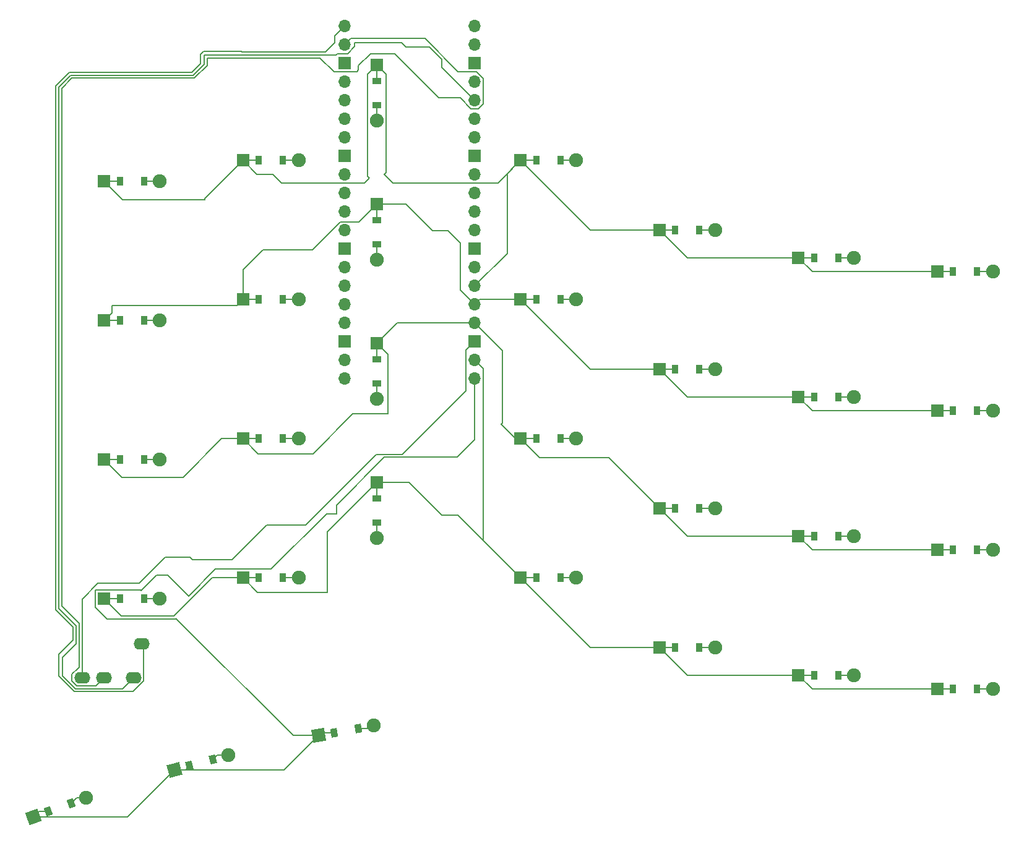
<source format=gbr>
%TF.GenerationSoftware,KiCad,Pcbnew,9.0.3-1.fc42*%
%TF.CreationDate,2025-08-21T15:19:56+02:00*%
%TF.ProjectId,right,72696768-742e-46b6-9963-61645f706362,v1.0.0*%
%TF.SameCoordinates,Original*%
%TF.FileFunction,Copper,L1,Top*%
%TF.FilePolarity,Positive*%
%FSLAX46Y46*%
G04 Gerber Fmt 4.6, Leading zero omitted, Abs format (unit mm)*
G04 Created by KiCad (PCBNEW 9.0.3-1.fc42) date 2025-08-21 15:19:56*
%MOMM*%
%LPD*%
G01*
G04 APERTURE LIST*
G04 Aperture macros list*
%AMRotRect*
0 Rectangle, with rotation*
0 The origin of the aperture is its center*
0 $1 length*
0 $2 width*
0 $3 Rotation angle, in degrees counterclockwise*
0 Add horizontal line*
21,1,$1,$2,0,0,$3*%
G04 Aperture macros list end*
%TA.AperFunction,ComponentPad*%
%ADD10R,1.778000X1.778000*%
%TD*%
%TA.AperFunction,SMDPad,CuDef*%
%ADD11R,0.900000X1.200000*%
%TD*%
%TA.AperFunction,ComponentPad*%
%ADD12C,1.905000*%
%TD*%
%TA.AperFunction,ComponentPad*%
%ADD13RotRect,1.778000X1.778000X10.000000*%
%TD*%
%TA.AperFunction,SMDPad,CuDef*%
%ADD14RotRect,0.900000X1.200000X10.000000*%
%TD*%
%TA.AperFunction,ComponentPad*%
%ADD15RotRect,1.778000X1.778000X15.000000*%
%TD*%
%TA.AperFunction,SMDPad,CuDef*%
%ADD16RotRect,0.900000X1.200000X15.000000*%
%TD*%
%TA.AperFunction,SMDPad,CuDef*%
%ADD17R,1.200000X0.900000*%
%TD*%
%TA.AperFunction,ComponentPad*%
%ADD18RotRect,1.778000X1.778000X20.000000*%
%TD*%
%TA.AperFunction,SMDPad,CuDef*%
%ADD19RotRect,0.900000X1.200000X20.000000*%
%TD*%
%TA.AperFunction,ComponentPad*%
%ADD20O,1.700000X1.700000*%
%TD*%
%TA.AperFunction,ComponentPad*%
%ADD21R,1.700000X1.700000*%
%TD*%
%TA.AperFunction,ComponentPad*%
%ADD22O,2.200000X1.600000*%
%TD*%
%TA.AperFunction,Conductor*%
%ADD23C,0.200000*%
%TD*%
G04 APERTURE END LIST*
D10*
%TO.P,D17,1*%
%TO.N,GP17*%
X277190000Y-189260000D03*
D11*
X279350000Y-189260000D03*
%TO.P,D17,2*%
%TO.N,mirror_index_bottom*%
X282650000Y-189260000D03*
D12*
X284810000Y-189260000D03*
%TD*%
D13*
%TO.P,D25,1*%
%TO.N,GP16*%
X287554297Y-210808235D03*
D14*
X289681484Y-210433154D03*
%TO.P,D25,2*%
%TO.N,mirror_tuck_only*%
X292931350Y-209860116D03*
D12*
X295058537Y-209485035D03*
%TD*%
D15*
%TO.P,D26,1*%
%TO.N,GP16*%
X267806266Y-215526719D03*
D16*
X269892665Y-214967667D03*
%TO.P,D26,2*%
%TO.N,mirror_center_only*%
X273080221Y-214113567D03*
D12*
X275166620Y-213554515D03*
%TD*%
D10*
%TO.P,D24,1*%
%TO.N,GP20*%
X258190000Y-134967500D03*
D11*
X260350000Y-134967500D03*
%TO.P,D24,2*%
%TO.N,mirror_inner_num*%
X263650000Y-134967500D03*
D12*
X265810000Y-134967500D03*
%TD*%
D10*
%TO.P,D9,1*%
%TO.N,GP17*%
X334190000Y-198785000D03*
D11*
X336350000Y-198785000D03*
%TO.P,D9,2*%
%TO.N,mirror_pinky_bottom*%
X339650000Y-198785000D03*
D12*
X341810000Y-198785000D03*
%TD*%
D10*
%TO.P,D11,1*%
%TO.N,GP19*%
X334190000Y-160685000D03*
D11*
X336350000Y-160685000D03*
%TO.P,D11,2*%
%TO.N,mirror_pinky_top*%
X339650000Y-160685000D03*
D12*
X341810000Y-160685000D03*
%TD*%
D10*
%TO.P,D2,1*%
%TO.N,GP18*%
X372190000Y-185450000D03*
D11*
X374350000Y-185450000D03*
%TO.P,D2,2*%
%TO.N,mirror_reachy_home*%
X377650000Y-185450000D03*
D12*
X379810000Y-185450000D03*
%TD*%
D10*
%TO.P,D23,1*%
%TO.N,GP19*%
X258190000Y-154017500D03*
D11*
X260350000Y-154017500D03*
%TO.P,D23,2*%
%TO.N,mirror_inner_top*%
X263650000Y-154017500D03*
D12*
X265810000Y-154017500D03*
%TD*%
D10*
%TO.P,D28,1*%
%TO.N,GP17*%
X295500000Y-176187500D03*
D17*
X295500000Y-178347500D03*
%TO.P,D28,2*%
%TO.N,mirror_middle_bottom*%
X295500000Y-181647500D03*
D12*
X295500000Y-183807500D03*
%TD*%
D10*
%TO.P,D6,1*%
%TO.N,GP18*%
X353190000Y-183545000D03*
D11*
X355350000Y-183545000D03*
%TO.P,D6,2*%
%TO.N,mirror_outer_home*%
X358650000Y-183545000D03*
D12*
X360810000Y-183545000D03*
%TD*%
D10*
%TO.P,D30,1*%
%TO.N,GP19*%
X295500000Y-138087500D03*
D17*
X295500000Y-140247500D03*
%TO.P,D30,2*%
%TO.N,mirror_middle_top*%
X295500000Y-143547500D03*
D12*
X295500000Y-145707500D03*
%TD*%
D10*
%TO.P,D8,1*%
%TO.N,GP20*%
X353190000Y-145445000D03*
D11*
X355350000Y-145445000D03*
%TO.P,D8,2*%
%TO.N,mirror_outer_num*%
X358650000Y-145445000D03*
D12*
X360810000Y-145445000D03*
%TD*%
D10*
%TO.P,D3,1*%
%TO.N,GP19*%
X372190000Y-166400000D03*
D11*
X374350000Y-166400000D03*
%TO.P,D3,2*%
%TO.N,mirror_reachy_top*%
X377650000Y-166400000D03*
D12*
X379810000Y-166400000D03*
%TD*%
D10*
%TO.P,D22,1*%
%TO.N,GP18*%
X258190000Y-173067500D03*
D11*
X260350000Y-173067500D03*
%TO.P,D22,2*%
%TO.N,mirror_inner_home*%
X263650000Y-173067500D03*
D12*
X265810000Y-173067500D03*
%TD*%
D10*
%TO.P,D31,1*%
%TO.N,GP20*%
X295500000Y-119037500D03*
D17*
X295500000Y-121197500D03*
%TO.P,D31,2*%
%TO.N,mirror_middle_num*%
X295500000Y-124497500D03*
D12*
X295500000Y-126657500D03*
%TD*%
D10*
%TO.P,D20,1*%
%TO.N,GP20*%
X277190000Y-132110000D03*
D11*
X279350000Y-132110000D03*
%TO.P,D20,2*%
%TO.N,mirror_index_num*%
X282650000Y-132110000D03*
D12*
X284810000Y-132110000D03*
%TD*%
D10*
%TO.P,D10,1*%
%TO.N,GP18*%
X334190000Y-179735000D03*
D11*
X336350000Y-179735000D03*
%TO.P,D10,2*%
%TO.N,mirror_pinky_home*%
X339650000Y-179735000D03*
D12*
X341810000Y-179735000D03*
%TD*%
D10*
%TO.P,D29,1*%
%TO.N,GP18*%
X295500000Y-157137500D03*
D17*
X295500000Y-159297500D03*
%TO.P,D29,2*%
%TO.N,mirror_middle_home*%
X295500000Y-162597500D03*
D12*
X295500000Y-164757500D03*
%TD*%
D10*
%TO.P,D13,1*%
%TO.N,GP17*%
X315190000Y-189260000D03*
D11*
X317350000Y-189260000D03*
%TO.P,D13,2*%
%TO.N,mirror_ring_bottom*%
X320650000Y-189260000D03*
D12*
X322810000Y-189260000D03*
%TD*%
D10*
%TO.P,D18,1*%
%TO.N,GP18*%
X277190000Y-170210000D03*
D11*
X279350000Y-170210000D03*
%TO.P,D18,2*%
%TO.N,mirror_index_home*%
X282650000Y-170210000D03*
D12*
X284810000Y-170210000D03*
%TD*%
D10*
%TO.P,D12,1*%
%TO.N,GP20*%
X334190000Y-141635000D03*
D11*
X336350000Y-141635000D03*
%TO.P,D12,2*%
%TO.N,mirror_pinky_num*%
X339650000Y-141635000D03*
D12*
X341810000Y-141635000D03*
%TD*%
D10*
%TO.P,D21,1*%
%TO.N,GP17*%
X258190000Y-192117500D03*
D11*
X260350000Y-192117500D03*
%TO.P,D21,2*%
%TO.N,mirror_inner_bottom*%
X263650000Y-192117500D03*
D12*
X265810000Y-192117500D03*
%TD*%
D10*
%TO.P,D14,1*%
%TO.N,GP18*%
X315190000Y-170210000D03*
D11*
X317350000Y-170210000D03*
%TO.P,D14,2*%
%TO.N,mirror_ring_home*%
X320650000Y-170210000D03*
D12*
X322810000Y-170210000D03*
%TD*%
D10*
%TO.P,D19,1*%
%TO.N,GP19*%
X277190000Y-151160000D03*
D11*
X279350000Y-151160000D03*
%TO.P,D19,2*%
%TO.N,mirror_index_top*%
X282650000Y-151160000D03*
D12*
X284810000Y-151160000D03*
%TD*%
D10*
%TO.P,D7,1*%
%TO.N,GP19*%
X353190000Y-164495000D03*
D11*
X355350000Y-164495000D03*
%TO.P,D7,2*%
%TO.N,mirror_outer_top*%
X358650000Y-164495000D03*
D12*
X360810000Y-164495000D03*
%TD*%
D10*
%TO.P,D5,1*%
%TO.N,GP17*%
X353190000Y-202595000D03*
D11*
X355350000Y-202595000D03*
%TO.P,D5,2*%
%TO.N,mirror_outer_bottom*%
X358650000Y-202595000D03*
D12*
X360810000Y-202595000D03*
%TD*%
D10*
%TO.P,D15,1*%
%TO.N,GP19*%
X315190000Y-151160000D03*
D11*
X317350000Y-151160000D03*
%TO.P,D15,2*%
%TO.N,mirror_ring_top*%
X320650000Y-151160000D03*
D12*
X322810000Y-151160000D03*
%TD*%
D10*
%TO.P,D1,1*%
%TO.N,GP17*%
X372190000Y-204500000D03*
D11*
X374350000Y-204500000D03*
%TO.P,D1,2*%
%TO.N,mirror_reachy_bottom*%
X377650000Y-204500000D03*
D12*
X379810000Y-204500000D03*
%TD*%
D10*
%TO.P,D4,1*%
%TO.N,GP20*%
X372190000Y-147350000D03*
D11*
X374350000Y-147350000D03*
%TO.P,D4,2*%
%TO.N,mirror_reachy_num*%
X377650000Y-147350000D03*
D12*
X379810000Y-147350000D03*
%TD*%
D18*
%TO.P,D27,1*%
%TO.N,GP16*%
X248544623Y-221948401D03*
D19*
X250574359Y-221209637D03*
%TO.P,D27,2*%
%TO.N,mirror_reach_only*%
X253675345Y-220080971D03*
D12*
X255705081Y-219342207D03*
%TD*%
D20*
%TO.P,_1,1*%
%TO.N,GP0*%
X291110000Y-113717500D03*
%TO.P,_1,2*%
%TO.N,GP1*%
X291110000Y-116257500D03*
D21*
%TO.P,_1,3*%
%TO.N,GND*%
X291110000Y-118797500D03*
D20*
%TO.P,_1,4*%
%TO.N,GP2*%
X291110000Y-121337500D03*
%TO.P,_1,5*%
%TO.N,GP3*%
X291110000Y-123877500D03*
%TO.P,_1,6*%
%TO.N,GP4*%
X291110000Y-126417500D03*
%TO.P,_1,7*%
%TO.N,GP5*%
X291110000Y-128957500D03*
D21*
%TO.P,_1,8*%
%TO.N,GND*%
X291110000Y-131497500D03*
D20*
%TO.P,_1,9*%
%TO.N,GP6*%
X291110000Y-134037500D03*
%TO.P,_1,10*%
%TO.N,GP7*%
X291110000Y-136577500D03*
%TO.P,_1,11*%
%TO.N,GP8*%
X291110000Y-139117500D03*
%TO.P,_1,12*%
%TO.N,GP9*%
X291110000Y-141657500D03*
D21*
%TO.P,_1,13*%
%TO.N,GND*%
X291110000Y-144197500D03*
D20*
%TO.P,_1,14*%
%TO.N,GP10*%
X291110000Y-146737500D03*
%TO.P,_1,15*%
%TO.N,GP11*%
X291110000Y-149277500D03*
%TO.P,_1,16*%
%TO.N,GP12*%
X291110000Y-151817500D03*
%TO.P,_1,17*%
%TO.N,GP13*%
X291110000Y-154357500D03*
D21*
%TO.P,_1,18*%
%TO.N,GND*%
X291110000Y-156897500D03*
D20*
%TO.P,_1,19*%
%TO.N,GP14*%
X291110000Y-159437500D03*
%TO.P,_1,20*%
%TO.N,GP15*%
X291110000Y-161977500D03*
%TO.P,_1,21*%
%TO.N,GP16*%
X308890000Y-161977500D03*
%TO.P,_1,22*%
%TO.N,GP17*%
X308890000Y-159437500D03*
D21*
%TO.P,_1,23*%
%TO.N,GND*%
X308890000Y-156897500D03*
D20*
%TO.P,_1,24*%
%TO.N,GP18*%
X308890000Y-154357500D03*
%TO.P,_1,25*%
%TO.N,GP19*%
X308890000Y-151817500D03*
%TO.P,_1,26*%
%TO.N,GP20*%
X308890000Y-149277500D03*
%TO.P,_1,27*%
%TO.N,GP21*%
X308890000Y-146737500D03*
D21*
%TO.P,_1,28*%
%TO.N,GND*%
X308890000Y-144197500D03*
D20*
%TO.P,_1,29*%
%TO.N,GP22*%
X308890000Y-141657500D03*
%TO.P,_1,30*%
%TO.N,RUN*%
X308890000Y-139117500D03*
%TO.P,_1,31*%
%TO.N,GP26*%
X308890000Y-136577500D03*
%TO.P,_1,32*%
%TO.N,GP27*%
X308890000Y-134037500D03*
D21*
%TO.P,_1,33*%
%TO.N,AGND*%
X308890000Y-131497500D03*
D20*
%TO.P,_1,34*%
%TO.N,GP28*%
X308890000Y-128957500D03*
%TO.P,_1,35*%
%TO.N,ADC_VREF*%
X308890000Y-126417500D03*
%TO.P,_1,36*%
%TO.N,3V3*%
X308890000Y-123877500D03*
%TO.P,_1,37*%
%TO.N,3V3_EN*%
X308890000Y-121337500D03*
D21*
%TO.P,_1,38*%
%TO.N,GND*%
X308890000Y-118797500D03*
D20*
%TO.P,_1,39*%
%TO.N,VSYS*%
X308890000Y-116257500D03*
%TO.P,_1,40*%
%TO.N,VBUS*%
X308890000Y-113717500D03*
%TD*%
D10*
%TO.P,D16,1*%
%TO.N,GP20*%
X315190000Y-132110000D03*
D11*
X317350000Y-132110000D03*
%TO.P,D16,2*%
%TO.N,mirror_ring_num*%
X320650000Y-132110000D03*
D12*
X322810000Y-132110000D03*
%TD*%
D22*
%TO.P,TRRS1,2*%
%TO.N,GND*%
X255200000Y-202917500D03*
%TO.P,TRRS1,3*%
%TO.N,GP1*%
X258200000Y-202917500D03*
%TO.P,TRRS1,4*%
%TO.N,3V3*%
X262200000Y-202917500D03*
%TO.P,TRRS1,5*%
%TO.N,GP0*%
X263300000Y-198317500D03*
%TD*%
D23*
%TO.N,mirror_reachy_bottom*%
X379810000Y-204500000D02*
X377650000Y-204500000D01*
%TO.N,mirror_reachy_home*%
X379810000Y-185450000D02*
X377650000Y-185450000D01*
%TO.N,mirror_reachy_top*%
X379810000Y-166400000D02*
X377650000Y-166400000D01*
%TO.N,mirror_reachy_num*%
X379810000Y-147350000D02*
X377650000Y-147350000D01*
%TO.N,mirror_outer_bottom*%
X360810000Y-202595000D02*
X358650000Y-202595000D01*
%TO.N,mirror_outer_home*%
X360810000Y-183545000D02*
X358650000Y-183545000D01*
%TO.N,mirror_outer_top*%
X360810000Y-164495000D02*
X358650000Y-164495000D01*
%TO.N,mirror_outer_num*%
X360810000Y-145445000D02*
X358650000Y-145445000D01*
%TO.N,mirror_pinky_bottom*%
X341810000Y-198785000D02*
X339650000Y-198785000D01*
%TO.N,mirror_pinky_home*%
X341810000Y-179735000D02*
X339650000Y-179735000D01*
%TO.N,mirror_pinky_top*%
X341810000Y-160685000D02*
X339650000Y-160685000D01*
%TO.N,mirror_pinky_num*%
X341810000Y-141635000D02*
X339650000Y-141635000D01*
%TO.N,mirror_ring_bottom*%
X322810000Y-189260000D02*
X320650000Y-189260000D01*
%TO.N,mirror_ring_home*%
X322810000Y-170210000D02*
X320650000Y-170210000D01*
%TO.N,mirror_ring_top*%
X322810000Y-151160000D02*
X320650000Y-151160000D01*
%TO.N,mirror_ring_num*%
X322810000Y-132110000D02*
X320650000Y-132110000D01*
%TO.N,mirror_index_bottom*%
X284810000Y-189260000D02*
X282650000Y-189260000D01*
%TO.N,mirror_index_home*%
X282650000Y-170210000D02*
X284810000Y-170210000D01*
%TO.N,mirror_index_top*%
X284810000Y-151160000D02*
X282650000Y-151160000D01*
%TO.N,mirror_index_num*%
X284810000Y-132110000D02*
X282650000Y-132110000D01*
%TO.N,mirror_inner_bottom*%
X265810000Y-192117500D02*
X263650000Y-192117500D01*
%TO.N,mirror_inner_home*%
X265810000Y-173067500D02*
X263650000Y-173067500D01*
%TO.N,mirror_inner_top*%
X265810000Y-154017500D02*
X263650000Y-154017500D01*
%TO.N,mirror_inner_num*%
X265810000Y-134967500D02*
X263650000Y-134967500D01*
%TO.N,mirror_tuck_only*%
X292931350Y-209860116D02*
X294683454Y-209860116D01*
X294683454Y-209860116D02*
X295058535Y-209485035D01*
%TO.N,mirror_center_only*%
X273639271Y-213554516D02*
X275166620Y-213554516D01*
X273080221Y-214113566D02*
X273639271Y-213554516D01*
%TO.N,mirror_reach_only*%
X254414109Y-219342207D02*
X255705081Y-219342207D01*
X253675345Y-220080971D02*
X254414109Y-219342207D01*
%TO.N,mirror_middle_bottom*%
X295500000Y-183807500D02*
X295500000Y-181647500D01*
%TO.N,mirror_middle_home*%
X295500000Y-164757500D02*
X295500000Y-162597500D01*
%TO.N,mirror_middle_top*%
X295500000Y-145707500D02*
X295500000Y-143547500D01*
%TO.N,mirror_middle_num*%
X295500000Y-126657500D02*
X295500000Y-124497500D01*
%TO.N,GP17*%
X272990000Y-189260000D02*
X277190000Y-189260000D01*
X277190000Y-189260000D02*
X279180000Y-191250000D01*
X306616500Y-180686500D02*
X315190000Y-189260000D01*
X310041000Y-184111000D02*
X310041000Y-160588500D01*
X372190000Y-204500000D02*
X355095000Y-204500000D01*
X258190000Y-192117500D02*
X260572500Y-194500000D01*
X295500000Y-176187500D02*
X295500000Y-178347500D01*
X260572500Y-194500000D02*
X267750000Y-194500000D01*
X279350000Y-189260000D02*
X277190000Y-189260000D01*
X355350000Y-202595000D02*
X353190000Y-202595000D01*
X317350000Y-189260000D02*
X315190000Y-189260000D01*
X334190000Y-198785000D02*
X324715000Y-198785000D01*
X288750000Y-191250000D02*
X288750000Y-182937500D01*
X338000000Y-202595000D02*
X334190000Y-198785000D01*
X304421291Y-180686500D02*
X306616500Y-180686500D01*
X324715000Y-198785000D02*
X315190000Y-189260000D01*
X295500000Y-176187500D02*
X299922291Y-176187500D01*
X374350000Y-204500000D02*
X372190000Y-204500000D01*
X288750000Y-182937500D02*
X295500000Y-176187500D01*
X260350000Y-192117500D02*
X258190000Y-192117500D01*
X267750000Y-194500000D02*
X272990000Y-189260000D01*
X355095000Y-204500000D02*
X353190000Y-202595000D01*
X336350000Y-198785000D02*
X334190000Y-198785000D01*
X299922291Y-176187500D02*
X304421291Y-180686500D01*
X315190000Y-189260000D02*
X310041000Y-184111000D01*
X353190000Y-202595000D02*
X338000000Y-202595000D01*
X310041000Y-160588500D02*
X308890000Y-159437500D01*
X279180000Y-191250000D02*
X288750000Y-191250000D01*
%TO.N,GP18*%
X277190000Y-170210000D02*
X279350000Y-170210000D01*
X336350000Y-179735000D02*
X334190000Y-179735000D01*
X317350000Y-170210000D02*
X315190000Y-170210000D01*
X260350000Y-173067500D02*
X258190000Y-173067500D01*
X312718100Y-168031900D02*
X312500000Y-168250000D01*
X312718100Y-158185600D02*
X312718100Y-168031900D01*
X338000000Y-183545000D02*
X334190000Y-179735000D01*
X260622500Y-175500000D02*
X269000000Y-175500000D01*
X298280000Y-154357500D02*
X308890000Y-154357500D01*
X314460000Y-170210000D02*
X315190000Y-170210000D01*
X308890000Y-154357500D02*
X312718100Y-158185600D01*
X295500000Y-157137500D02*
X295500000Y-159297500D01*
X297000000Y-166750000D02*
X297000000Y-158637500D01*
X269000000Y-175500000D02*
X274290000Y-170210000D01*
X374350000Y-185450000D02*
X372190000Y-185450000D01*
X372190000Y-185450000D02*
X355095000Y-185450000D01*
X286750000Y-172250000D02*
X292250000Y-166750000D01*
X327289000Y-172834000D02*
X317814000Y-172834000D01*
X292250000Y-166750000D02*
X297000000Y-166750000D01*
X312500000Y-168250000D02*
X314460000Y-170210000D01*
X258190000Y-173067500D02*
X260622500Y-175500000D01*
X334190000Y-179735000D02*
X327289000Y-172834000D01*
X355095000Y-185450000D02*
X353190000Y-183545000D01*
X295500000Y-157137500D02*
X298280000Y-154357500D01*
X297000000Y-158637500D02*
X295500000Y-157137500D01*
X277190000Y-170210000D02*
X279230000Y-172250000D01*
X279230000Y-172250000D02*
X286750000Y-172250000D01*
X355350000Y-183545000D02*
X353190000Y-183545000D01*
X274290000Y-170210000D02*
X277190000Y-170210000D01*
X353190000Y-183545000D02*
X338000000Y-183545000D01*
X317814000Y-172834000D02*
X315190000Y-170210000D01*
%TO.N,GP19*%
X279934900Y-144315100D02*
X277190000Y-147060000D01*
X338000000Y-164495000D02*
X334190000Y-160685000D01*
X290533757Y-140506500D02*
X286725157Y-144315100D01*
X355095000Y-166400000D02*
X353190000Y-164495000D01*
X259250000Y-152000000D02*
X259250000Y-152957500D01*
X334190000Y-160685000D02*
X324715000Y-160685000D01*
X299506189Y-138087500D02*
X295500000Y-138087500D01*
X336350000Y-160685000D02*
X334190000Y-160685000D01*
X295500000Y-138087500D02*
X293081000Y-140506500D01*
X259250000Y-152957500D02*
X258190000Y-154017500D01*
X295500000Y-138087500D02*
X295500000Y-140247500D01*
X306931000Y-143431000D02*
X305250000Y-141750000D01*
X277190000Y-147060000D02*
X277190000Y-151160000D01*
X293081000Y-140506500D02*
X290533757Y-140506500D01*
X315190000Y-151160000D02*
X309547500Y-151160000D01*
X324715000Y-160685000D02*
X315190000Y-151160000D01*
X353190000Y-164495000D02*
X338000000Y-164495000D01*
X277190000Y-151160000D02*
X276350000Y-152000000D01*
X260350000Y-154017500D02*
X258190000Y-154017500D01*
X303168689Y-141750000D02*
X299506189Y-138087500D01*
X276350000Y-152000000D02*
X259250000Y-152000000D01*
X286725157Y-144315100D02*
X279934900Y-144315100D01*
X372190000Y-166400000D02*
X355095000Y-166400000D01*
X306931000Y-149858500D02*
X306931000Y-143431000D01*
X355350000Y-164495000D02*
X353190000Y-164495000D01*
X309547500Y-151160000D02*
X308890000Y-151817500D01*
X279350000Y-151160000D02*
X277190000Y-151160000D01*
X374350000Y-166400000D02*
X372190000Y-166400000D01*
X308890000Y-151817500D02*
X306931000Y-149858500D01*
X305250000Y-141750000D02*
X303168689Y-141750000D01*
X317350000Y-151160000D02*
X315190000Y-151160000D01*
%TO.N,GP20*%
X260722500Y-137500000D02*
X272000000Y-137500000D01*
X312111500Y-135188500D02*
X315190000Y-132110000D01*
X277190000Y-132110000D02*
X279080000Y-134000000D01*
X338000000Y-145445000D02*
X334190000Y-141635000D01*
X324715000Y-141635000D02*
X315190000Y-132110000D01*
X308890000Y-149277500D02*
X313339000Y-144828500D01*
X355350000Y-145445000D02*
X353190000Y-145445000D01*
X297688500Y-135188500D02*
X312111500Y-135188500D01*
X272000000Y-137300000D02*
X277190000Y-132110000D01*
X296500000Y-134000000D02*
X297688500Y-135188500D01*
X313339000Y-144828500D02*
X313339000Y-133961000D01*
X279080000Y-134000000D02*
X281250000Y-134000000D01*
X295500000Y-119037500D02*
X296753500Y-120291000D01*
X295500000Y-119037500D02*
X295500000Y-121197500D01*
X317350000Y-132110000D02*
X315190000Y-132110000D01*
X374350000Y-147350000D02*
X372190000Y-147350000D01*
X336350000Y-141635000D02*
X334190000Y-141635000D01*
X282438500Y-135188500D02*
X293811500Y-135188500D01*
X334190000Y-141635000D02*
X324715000Y-141635000D01*
X279350000Y-132110000D02*
X277190000Y-132110000D01*
X293811500Y-135188500D02*
X294500000Y-134500000D01*
X281250000Y-134000000D02*
X282438500Y-135188500D01*
X294246500Y-120291000D02*
X295500000Y-119037500D01*
X296753500Y-120291000D02*
X296753500Y-133746500D01*
X258190000Y-134967500D02*
X260722500Y-137500000D01*
X296753500Y-133746500D02*
X296500000Y-134000000D01*
X260350000Y-134967500D02*
X258190000Y-134967500D01*
X353190000Y-145445000D02*
X338000000Y-145445000D01*
X313339000Y-133961000D02*
X315190000Y-132110000D01*
X272000000Y-137500000D02*
X272000000Y-137300000D01*
X372190000Y-147350000D02*
X355095000Y-147350000D01*
X294500000Y-134500000D02*
X294246500Y-134246500D01*
X294246500Y-134246500D02*
X294246500Y-120291000D01*
X355095000Y-147350000D02*
X353190000Y-145445000D01*
%TO.N,GP16*%
X281070257Y-188070000D02*
X288640257Y-180500000D01*
X269333615Y-215526718D02*
X269892665Y-214967668D01*
X290000000Y-180500000D02*
X290000000Y-179307500D01*
X267806266Y-215526718D02*
X269333615Y-215526718D01*
X273430000Y-188070000D02*
X281070257Y-188070000D01*
X248544623Y-221948401D02*
X249283387Y-221209637D01*
X288640257Y-180500000D02*
X290000000Y-180500000D01*
X287554299Y-210808235D02*
X284058235Y-210808235D01*
X261384583Y-221948401D02*
X248544623Y-221948401D01*
X257000000Y-190927500D02*
X263177500Y-190927500D01*
X306500000Y-172750000D02*
X308890000Y-170360000D01*
X267916100Y-194901000D02*
X258593500Y-194901000D01*
X257000000Y-193307500D02*
X257000000Y-190927500D01*
X282835816Y-215526718D02*
X267806266Y-215526718D01*
X287554299Y-210808235D02*
X282835816Y-215526718D01*
X263177500Y-190927500D02*
X263250000Y-191000000D01*
X308890000Y-170360000D02*
X308890000Y-161977500D01*
X267806266Y-215526718D02*
X261384583Y-221948401D01*
X265391000Y-188859000D02*
X266859000Y-188859000D01*
X249283387Y-221209637D02*
X250574359Y-221209637D01*
X268033550Y-194783550D02*
X267916100Y-194901000D01*
X266859000Y-188859000D02*
X269750000Y-191750000D01*
X258593500Y-194901000D02*
X257000000Y-193307500D01*
X289681484Y-210433154D02*
X287929380Y-210433154D01*
X287929380Y-210433154D02*
X287554299Y-210808235D01*
X296557500Y-172750000D02*
X306500000Y-172750000D01*
X263250000Y-191000000D02*
X265391000Y-188859000D01*
X269750000Y-191750000D02*
X273430000Y-188070000D01*
X284058235Y-210808235D02*
X268033550Y-194783550D01*
X290000000Y-179307500D02*
X296557500Y-172750000D01*
%TO.N,3V3*%
X251977000Y-122090100D02*
X253622600Y-120444500D01*
X270390042Y-120444500D02*
X271901000Y-118933542D01*
X304391000Y-118270791D02*
X304391000Y-119378500D01*
X299500000Y-116565600D02*
X302685809Y-116565600D01*
X298934400Y-116000000D02*
X299500000Y-116565600D01*
X251977000Y-191500000D02*
X251977000Y-193461900D01*
X291495260Y-117500000D02*
X292500000Y-116495260D01*
X271901000Y-118933542D02*
X271901000Y-117666100D01*
X252499000Y-200161451D02*
X252499000Y-202640649D01*
X290105500Y-117500000D02*
X291495260Y-117500000D01*
X289939400Y-117666100D02*
X290105500Y-117500000D01*
X292500000Y-116000000D02*
X298934400Y-116000000D01*
X254277851Y-204419500D02*
X260698000Y-204419500D01*
X252499000Y-202640649D02*
X254277851Y-204419500D01*
X304391000Y-119378500D02*
X308890000Y-123877500D01*
X254349000Y-195833900D02*
X254349000Y-198311451D01*
X251977000Y-191500000D02*
X251977000Y-122090100D01*
X251977000Y-193461900D02*
X254349000Y-195833900D01*
X292500000Y-116495260D02*
X292500000Y-116000000D01*
X260698000Y-204419500D02*
X262200000Y-202917500D01*
X302685809Y-116565600D02*
X304391000Y-118270791D01*
X253622600Y-120444500D02*
X270390042Y-120444500D01*
X271901000Y-117666100D02*
X289939400Y-117666100D01*
X254349000Y-198311451D02*
X252499000Y-200161451D01*
%TO.N,GP0*%
X262154049Y-204820500D02*
X263601000Y-203373549D01*
X289750000Y-115077500D02*
X291110000Y-113717500D01*
X252000000Y-199750000D02*
X252000000Y-202708749D01*
X271383721Y-117616279D02*
X271383721Y-118883721D01*
X271803067Y-117196933D02*
X271383721Y-117616279D01*
X288500000Y-117250000D02*
X289750000Y-116000000D01*
X276989067Y-117196933D02*
X277000000Y-117186000D01*
X271803067Y-117196933D02*
X276989067Y-117196933D01*
X270223942Y-120043500D02*
X253456500Y-120043500D01*
X253456500Y-120043500D02*
X251576000Y-121924000D01*
X251576000Y-121924000D02*
X251576000Y-193628000D01*
X271383721Y-118883721D02*
X270223942Y-120043500D01*
X254111751Y-204820500D02*
X262154049Y-204820500D01*
X263601000Y-203373549D02*
X263601000Y-198618500D01*
X277064000Y-117250000D02*
X288500000Y-117250000D01*
X289750000Y-116000000D02*
X289750000Y-115077500D01*
X277000000Y-117186000D02*
X277064000Y-117250000D01*
X253948000Y-197802000D02*
X252000000Y-199750000D01*
X251576000Y-193628000D02*
X253948000Y-196000000D01*
X252000000Y-202708749D02*
X254111751Y-204820500D01*
X253948000Y-196000000D02*
X253948000Y-197802000D01*
X263601000Y-198618500D02*
X263300000Y-198317500D01*
%TO.N,GP1*%
X270556142Y-120845500D02*
X272302000Y-119099642D01*
X257099000Y-204018500D02*
X254443951Y-204018500D01*
X253788700Y-120845500D02*
X270556142Y-120845500D01*
X254750000Y-195500000D02*
X252378000Y-193128000D01*
X287750000Y-118067100D02*
X289631400Y-119948500D01*
X254750000Y-201510450D02*
X254750000Y-195500000D01*
X302094809Y-115407500D02*
X291960000Y-115407500D01*
X254630225Y-201630225D02*
X254750000Y-201510451D01*
X310041000Y-120860740D02*
X309128760Y-119948500D01*
X291960000Y-115407500D02*
X291110000Y-116257500D01*
X253799000Y-202461451D02*
X254630225Y-201630225D01*
X293000000Y-119157500D02*
X294657500Y-117500000D01*
X289631400Y-119948500D02*
X292801500Y-119948500D01*
X253799000Y-203373549D02*
X253799000Y-202461451D01*
X309128760Y-119948500D02*
X306635809Y-119948500D01*
X306921240Y-123536500D02*
X308413240Y-125028500D01*
X272302000Y-119099642D02*
X272302000Y-118067100D01*
X309366760Y-125028500D02*
X310041000Y-124354260D01*
X304005189Y-123536500D02*
X306921240Y-123536500D01*
X254443951Y-204018500D02*
X253799000Y-203373549D01*
X293000000Y-119750000D02*
X293000000Y-119157500D01*
X297968689Y-117500000D02*
X304005189Y-123536500D01*
X258200000Y-202917500D02*
X257099000Y-204018500D01*
X308413240Y-125028500D02*
X309366760Y-125028500D01*
X252378000Y-193128000D02*
X252378000Y-122256200D01*
X272302000Y-118067100D02*
X287750000Y-118067100D01*
X294657500Y-117500000D02*
X297968689Y-117500000D01*
X252378000Y-122256200D02*
X253788700Y-120845500D01*
X310041000Y-124354260D02*
X310041000Y-120860740D01*
X306635809Y-119948500D02*
X302094809Y-115407500D01*
X254630225Y-201630225D02*
X254750000Y-201510450D01*
X292801500Y-119948500D02*
X293000000Y-119750000D01*
%TO.N,GND*%
X290469000Y-130856500D02*
X291110000Y-131497500D01*
X255200000Y-202917500D02*
X255200000Y-192160400D01*
X307739000Y-158048500D02*
X308890000Y-156897500D01*
X270250000Y-186750000D02*
X275693811Y-186750000D01*
X307739000Y-163610000D02*
X307739000Y-158048500D01*
X275693811Y-186750000D02*
X280443811Y-182000000D01*
X269915600Y-186415600D02*
X270250000Y-186750000D01*
X299000000Y-172349000D02*
X307739000Y-163610000D01*
X285750000Y-182000000D02*
X295401000Y-172349000D01*
X266582157Y-186415600D02*
X269915600Y-186415600D01*
X257360400Y-190000000D02*
X262997757Y-190000000D01*
X280443811Y-182000000D02*
X285750000Y-182000000D01*
X255200000Y-192160400D02*
X257360400Y-190000000D01*
X295401000Y-172349000D02*
X299000000Y-172349000D01*
X262997757Y-190000000D02*
X266582157Y-186415600D01*
%TD*%
M02*

</source>
